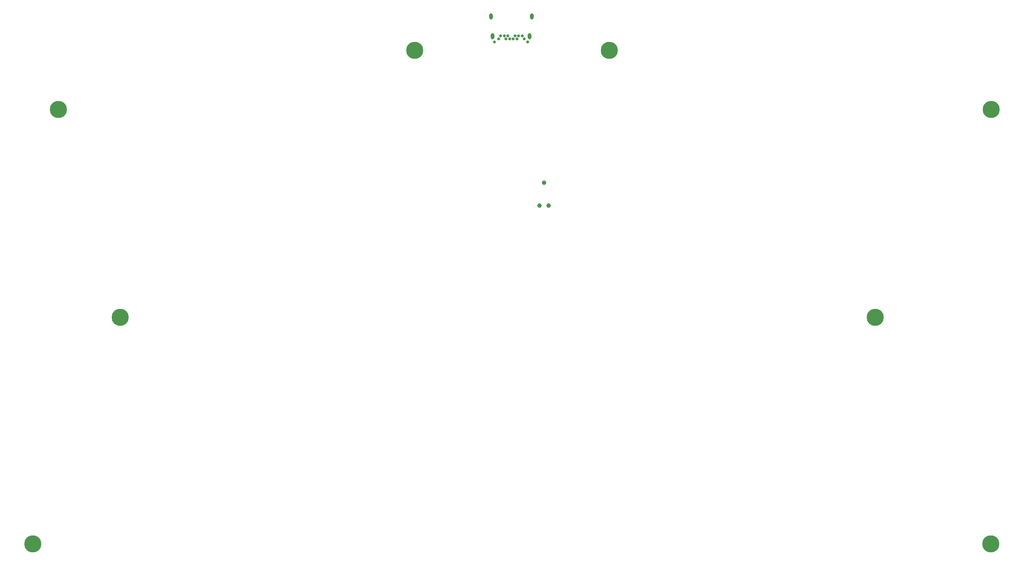
<source format=gbs>
G04 #@! TF.GenerationSoftware,KiCad,Pcbnew,(7.0.0)*
G04 #@! TF.CreationDate,2023-03-26T02:59:07-07:00*
G04 #@! TF.ProjectId,HallBox,48616c6c-426f-4782-9e6b-696361645f70,rev?*
G04 #@! TF.SameCoordinates,Original*
G04 #@! TF.FileFunction,Soldermask,Bot*
G04 #@! TF.FilePolarity,Negative*
%FSLAX46Y46*%
G04 Gerber Fmt 4.6, Leading zero omitted, Abs format (unit mm)*
G04 Created by KiCad (PCBNEW (7.0.0)) date 2023-03-26 02:59:07*
%MOMM*%
%LPD*%
G01*
G04 APERTURE LIST*
%ADD10C,0.990600*%
%ADD11C,3.800000*%
%ADD12O,0.800000X1.400000*%
%ADD13C,0.650000*%
G04 APERTURE END LIST*
D10*
X210351974Y-68497254D03*
X212383974Y-68497254D03*
X211367974Y-63417254D03*
D11*
X310512974Y-143637254D03*
X182617974Y-34077254D03*
X225807974Y-34077254D03*
X117282974Y-93347300D03*
X97912974Y-143637254D03*
X310577974Y-47150637D03*
X284792974Y-93347300D03*
D12*
X199606473Y-26557253D03*
X199891473Y-30947253D03*
X208151473Y-30947253D03*
X208586473Y-26557253D03*
D13*
X206896474Y-31547254D03*
X206496474Y-30847254D03*
X205696474Y-30847254D03*
X205296474Y-31547254D03*
X204896474Y-30847254D03*
X204496474Y-31547254D03*
X203696474Y-31547254D03*
X203296474Y-30847254D03*
X202896474Y-31547254D03*
X202496474Y-30847254D03*
X201696474Y-30847254D03*
X201296474Y-31547254D03*
X200346474Y-32197254D03*
X207696474Y-32197254D03*
D11*
X103517974Y-47150637D03*
M02*

</source>
